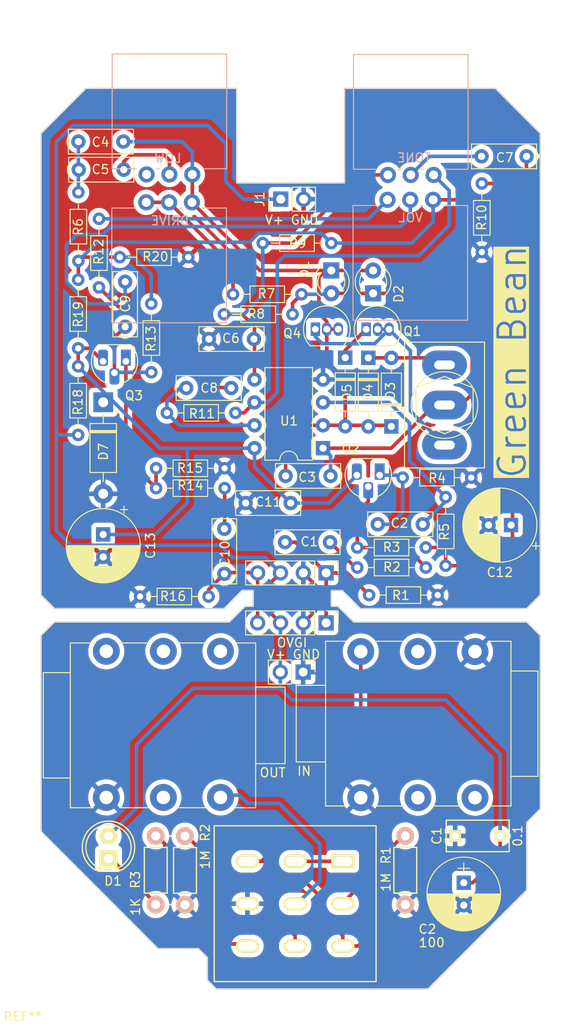
<source format=kicad_pcb>
(kicad_pcb (version 20221018) (generator pcbnew)
  (layers (0 "F.Cu" signal) (31 "B.Cu" signal) (34 "B.Paste" user) (35 "F.Paste" user) (36 "B.SilkS" user "B.Silkscreen") (37 "F.SilkS" user "F.Silkscreen") (38 "B.Mask" user) (39 "F.Mask" user) (44 "Edge.Cuts" user))
  (net 0 "")
  (net 1 "Net-(C1-Pad2)")
  (net 2 "Net-(Q2-E)")
  (net 3 "Net-(U1A-+)")
  (net 4 "A")
  (net 5 "Net-(C4-Pad1)")
  (net 6 "B")
  (net 7 "Net-(C5-Pad2)")
  (net 8 "Net-(U1B-+)")
  (net 9 "Net-(C7-Pad1)")
  (net 10 "Net-(C7-Pad2)")
  (net 11 "Net-(C8-Pad1)")
  (net 12 "Net-(C8-Pad2)")
  (net 13 "Net-(C9-Pad1)")
  (net 14 "Net-(Q3-B)")
  (net 15 "Net-(C10-Pad1)")
  (net 16 "+9V")
  (net 17 "Net-(D3-A)")
  (net 18 "Net-(D5-K)")
  (net 19 "VC")
  (net 20 "Net-(Q1-D)")
  (net 21 "Net-(Q2-B)")
  (net 22 "VB")
  (net 23 "Net-(DRIVE1-Pad2)")
  (net 24 "Net-(U1B--)")
  (net 25 "Net-(R12-Pad2)")
  (net 26 "Net-(Q3-E)")
  (net 27 "GND")
  (net 28 "{slash}I")
  (net 29 "{slash}O")
  (net 31 "Net-(D1-Pad1)")
  (net 32 "Net-(J2-Pad2)")
  (net 33 "Net-(J3-Pad2)")
  (net 34 "Net-(R3-Pad2)")
  (net 35 "Net-(SW1-Pad1)")
  (net 36 "/O")
  (net 37 "/I")
  (footprint "Package_TO_SOT_THT:TO-92_Inline" (layer "F.Cu") (at 152.08 79.72)
    (fp_text reference "Q4")
    (fp_text value "2N7000")
  )
  (footprint "Resistor_THT:R_Axial_DIN0204_L3.6mm_D1.6mm_P7.62mm_Horizontal" (layer "F.Cu") (at 132.59 109.4)
    (fp_text reference "R16")
    (fp_text value "10k")
  )
  (footprint "Resistor_THT:R_Axial_DIN0204_L3.6mm_D1.6mm_P7.62mm_Horizontal" (layer "F.Cu") (at 164.36 106.18 180)
    (fp_text reference "R2")
    (fp_text value "1k")
  )
  (footprint "Resistor_THT:R_Axial_DIN0204_L3.6mm_D1.6mm_P7.62mm_Horizontal" (layer "F.Cu") (at 125.71 74.22 -90)
    (fp_text reference "R19")
    (fp_text value "10k")
  )
  (footprint "Resistor_THT:R_Axial_DIN0204_L3.6mm_D1.6mm_P7.62mm_Horizontal" (layer "F.Cu") (at 133.84 84.51 90)
    (fp_text reference "R13")
    (fp_text value "510k")
  )
  (footprint "Capacitor_THT:C_Disc_D7.0mm_W2.5mm_P5.00mm" (layer "F.Cu") (at 141.96 101.88 -90)
    (fp_text reference "C10")
    (fp_text value "1u")
  )
  (footprint "Diode_THT:D_DO-35_SOD27_P7.62mm_Horizontal" (layer "F.Cu") (at 157.97 82.9 -90)
    (fp_text reference "D4")
    (fp_text value "1N914")
  )
  (footprint "Capacitor_THT:C_Disc_D7.0mm_W2.5mm_P5.00mm" (layer "F.Cu") (at 175.56 60.53 180)
    (fp_text reference "C7")
    (fp_text value "220n")
  )
  (footprint "Resistor_THT:R_Axial_DIN0204_L3.6mm_D1.6mm_P7.62mm_Horizontal" (layer "F.Cu") (at 165.68 109.24 180)
    (fp_text reference "R1")
    (fp_text value "1M")
  )
  (footprint "Connectors:NMJ6HCD2" (layer "F.Cu") (at 128.83 131.71 90)
    (fp_text reference "J3" hide)
    (fp_text value "OUT")
  )
  (footprint "Resistor_THT:R_Axial_DIN0204_L3.6mm_D1.6mm_P7.62mm_Horizontal" (layer "F.Cu") (at 156.74 103.96)
    (fp_text reference "R3")
    (fp_text value "510k")
  )
  (footprint "Capacitors_ThroughHole:C_Rect_L7_W3.5_P5" (layer "F.Cu") (at 167.63 135.98)
    (fp_text reference "C1")
    (fp_text value "0.1")
  )
  (footprint "Capacitor_THT:C_Disc_D7.0mm_W2.5mm_P5.00mm" (layer "F.Cu") (at 130.93 74.45 -90)
    (fp_text reference "C9")
    (fp_text value "100n")
  )
  (footprint "KiCad Lib:1590B" (layer "F.Cu") (at 119.543692 155.529085)
    (fp_text reference "REF**")
    (fp_text value "1590B")
  )
  (footprint "KiCad Lib:3PDT-Footswitch" (layer "F.Cu") (at 149.83 143.505 180)
    (fp_text reference "SW1" hide)
    (fp_text value "SW_3PDT" hide)
  )
  (footprint "Capacitor_THT:C_Disc_D7.0mm_W2.5mm_P5.00mm" (layer "F.Cu") (at 148.77 96.01)
    (fp_text reference "C3")
    (fp_text value "51p")
  )
  (footprint "Resistor_THT:R_Axial_DIN0204_L3.6mm_D1.6mm_P7.62mm_Horizontal" (layer "F.Cu") (at 125.73 72.14 90)
    (fp_text reference "R6")
    (fp_text value "4k7")
  )
  (footprint "Capacitor_THT:C_Disc_D7.0mm_W2.5mm_P5.00mm" (layer "F.Cu") (at 159.02 101.38)
    (fp_text reference "C2")
    (fp_text value "1u")
  )
  (footprint "Package_TO_SOT_THT:TO-92_Inline" (layer "F.Cu") (at 157.73 79.73)
    (fp_text reference "Q1")
    (fp_text value "2N7000")
  )
  (footprint "Capacitor_THT:C_Disc_D7.0mm_W2.5mm_P5.00mm" (layer "F.Cu") (at 125.77 62.01)
    (fp_text reference "C5")
    (fp_text value "150n")
  )
  (footprint "Resistor_THT:R_Axial_DIN0204_L3.6mm_D1.6mm_P7.62mm_Horizontal" (layer "F.Cu") (at 166.57 98.36 -90)
    (fp_text reference "R5")
    (fp_text value "10k")
  )
  (footprint "Package_DIP:DIP-8_W7.62mm" (layer "F.Cu") (at 152.93 92.93 180)
    (fp_text reference "U1")
    (fp_text value "RC4558")
  )
  (footprint "Pin_Headers:Pin_Header_Straight_1x04_Pitch2.54mm" (layer "F.Cu") (at 153.28 112.33 -90)
    (fp_text reference "JOVGI1" hide)
    (fp_text value "OVGI")
  )
  (footprint "Resistor_THT:R_Axial_DIN0204_L3.6mm_D1.6mm_P7.62mm_Horizontal" (layer "F.Cu") (at 170.59 71.16 90)
    (fp_text reference "R10")
    (fp_text value "220R")
  )
  (footprint "Resistor_THT:R_Axial_DIN0204_L3.6mm_D1.6mm_P7.62mm_Horizontal" (layer "F.Cu") (at 149.54 78.06 180)
    (fp_text reference "R8")
    (fp_text value "1k")
  )
  (footprint "Hammond:SW_Toggle_Blue_wSlots" (layer "F.Cu") (at 166.44 88.14 -90)
    (fp_text reference "SW1" hide)
    (fp_text value "SW_SPDT")
  )
  (footprint "Resistor_THT:R_Axial_DIN0204_L3.6mm_D1.6mm_P7.62mm_Horizontal" (layer "F.Cu") (at 142.92 75.84)
    (fp_text reference "R7")
    (fp_text value "51k")
  )
  (footprint "LED_THT:LED_D3.0mm" (layer "F.Cu") (at 153.85 73.2 -90)
    (fp_text reference "D1")
    (fp_text value "LED")
  )
  (footprint "Diode_THT:D_DO-41_SOD81_P10.16mm_Horizontal" (layer "F.Cu") (at 128.49 87.83 -90)
    (fp_text reference "D7")
    (fp_text value "1N4001")
  )
  (footprint "Resistor_THT:R_Axial_DIN0204_L3.6mm_D1.6mm_P7.62mm_Horizontal" (layer "F.Cu") (at 146.23 70.16)
    (fp_text reference "R9")
    (fp_text value "10k")
  )
  (footprint "Pin_Headers:Pin_Header_Straight_1x02_Pitch2.54mm" (layer "F.Cu") (at 150.72 117.79 -90)
    (fp_text reference "J4" hide)
    (fp_text value "V+ GND")
  )
  (footprint "Diode_THT:D_DO-35_SOD27_P7.62mm_Horizontal" (layer "F.Cu") (at 155.4 82.88 -90)
    (fp_text reference "D5")
    (fp_text value "BAT41")
  )
  (footprint "Resistors_ThroughHole:Resistor_Horizontal_RM7mm" (layer "F.Cu") (at 137.58 136 -90)
    (fp_text reference "R2")
    (fp_text value "1M")
  )
  (footprint "Capacitor_THT:C_Disc_D7.0mm_W2.5mm_P5.00mm" (layer "F.Cu") (at 125.73 58.89)
    (fp_text reference "C4")
    (fp_text value "47n")
  )
  (footprint "LEDs:LED-5MM" (layer "F.Cu") (at 129.08 138.52 90)
    (fp_text reference "D1")
    (fp_text value "LED" hide)
  )
  (footprint "Resistor_THT:R_Axial_DIN0204_L3.6mm_D1.6mm_P7.62mm_Horizontal" (layer "F.Cu") (at 128.02 75.08 90)
    (fp_text reference "R12")
    (fp_text value "1k")
  )
  (footprint "Resistors_ThroughHole:Resistor_Horizontal_RM7mm" (layer "F.Cu") (at 134.33 143.6 90)
    (fp_text reference "R3")
    (fp_text value "1K")
  )
  (footprint "Capacitor_THT:C_Disc_D7.0mm_W2.5mm_P5.00mm" (layer "F.Cu") (at 137.72 86.25)
    (fp_text reference "C8")
    (fp_text value "1u")
  )
  (footprint "LED_THT:LED_D3.0mm" (layer "F.Cu") (at 158.5 75.745 90)
    (fp_text reference "D2")
    (fp_text value "LED")
  )
  (footprint "Resistors_ThroughHole:Resistor_Horizontal_RM7mm" (layer "F.Cu") (at 162.08 135.98 -90)
    (fp_text reference "R1")
    (fp_text value "1M")
  )
  (footprint "Resistor_THT:R_Axial_DIN0204_L3.6mm_D1.6mm_P7.62mm_Horizontal" (layer "F.Cu") (at 141.99 95.16 180)
    (fp_text reference "R14")
    (fp_text value "10k")
  )
  (footprint "Package_TO_SOT_THT:TO-92L_HandSolder" (layer "F.Cu") (at 131.01 83.29 180)
    (fp_text reference "Q3")
    (fp_text value "Q_NPN_EBC")
  )
  (footprint "Capacitor_THT:CP_Radial_D8.0mm_P2.50mm" (layer "F.Cu") (at 128.49 102.51 -90)
    (fp_text reference "C13")
    (fp_text value "C_Polarized")
  )
  (footprint "Resistor_THT:R_Axial_DIN0204_L3.6mm_D1.6mm_P7.62mm_Horizontal" (layer "F.Cu") (at 125.7 83.84 -90)
    (fp_text reference "R18")
    (fp_text value "47R")
  )
  (footprint "Connectors:NMJ6HCD2" (layer "F.Cu") (at 169.83 115.51 -90)
    (fp_text reference "J2" hide)
    (fp_text value "IN")
  )
  (footprint "Capacitor_THT:C_Disc_D7.0mm_W2.5mm_P5.00mm" (layer "F.Cu") (at 148.71 103.37)
    (fp_text reference "C1")
    (fp_text value "20n")
  )
  (footprint "Package_TO_SOT_THT:TO-92L_HandSolder" (layer "F.Cu") (at 159.23 95.93 180)
    (fp_text reference "Q2")
    (fp_text value "Q_NPN_EBC")
  )
  (footprint "Capacitor_THT:C_Disc_D7.0mm_W2.5mm_P5.00mm" (layer "F.Cu") (at 140.25 80.81)
    (fp_text reference "C6")
    (fp_text value "220n")
  )
  (footprint "Resistor_THT:R_Axial_DIN0204_L3.6mm_D1.6mm_P7.62mm_Horizontal" (layer "F.Cu") (at 143.19 89.01 180)
    (fp_text reference "R11")
    (fp_text value "1k")
  )
  (footprint "Diode_THT:D_DO-35_SOD27_P7.62mm_Horizontal" (layer "F.Cu") (at 160.53 90.52 90)
    (fp_text reference "D3")
    (fp_text value "1N914")
  )
  (footprint "Pin_Headers:Pin_Header_Straight_1x02_Pitch2.54mm" (layer "F.Cu") (at 148.23 65.28 90)
    (fp_text reference "J1")
    (fp_text value "V+ GND")
  )
  (footprint "Resistor_THT:R_Axial_DIN0204_L3.6mm_D1.6mm_P7.62mm_Horizontal" (layer "F.Cu") (at 137.95 71.72 180)
    (fp_text reference "R20")
    (fp_text value "10k")
  )
  (footprint "Capacitors_THT:CP_Radial_D8.0mm_P2.50mm" (layer "F.Cu") (at 168.58 141.18 -90)
    (fp_text reference "C2")
    (fp_text value "100")
  )
  (footprint "Resistor_THT:R_Axial_DIN0204_L3.6mm_D1.6mm_P7.62mm_Horizontal" (layer "F.Cu") (at 169.41 96.2 180)
    (fp_text reference "R4")
    (fp_text value "10k")
  )
  (footprint "Capacitor_THT:C_Disc_D7.0mm_W2.5mm_P5.00mm" (layer "F.Cu") (at 144.33 99.02)
    (fp_text reference "C11")
    (fp_text value "220n")
  )
  (footprint "Capacitor_THT:CP_Radial_D8.0mm_P2.50mm" (layer "F.Cu") (at 173.842651 101.47 180)
    (fp_text reference "C12")
    (fp_text value "C_Polarized")
  )
  (footprint "Pin_Headers:Pin_Header_Straight_1x04_Pitch2.54mm" (layer "F.Cu") (at 153.28 106.78 -90)
    (fp_text reference "JOVGI2" hide)
    (fp_text value "OVGI" hide)
  )
  (footprint "Resistor_THT:R_Axial_DIN0204_L3.6mm_D1.6mm_P7.62mm_Horizontal" (layer "F.Cu") (at 134.37 97.37)
    (fp_text reference "R15")
    (fp_text value "100R")
  )
  (footprint "Potentiometer_THT:Potentiometer_Vishay_148-149_Single_Vertical" (layer "B.Cu") (at 160.15 62.59 90)
    (fp_text reference "TONE")
    (fp_text value "20KB")
  )
  (footprint "Potentiometer_THT:Potentiometer_Vishay_148-149_Single_Vertical" (layer "B.Cu") (at 138.355 65.635 -90)
    (fp_text reference "DRIVE")
    (fp_text value "500KA")
  )
  (footprint "Potentiometer_THT:Potentiometer_Vishay_148-149_Single_Vertical" (layer "B.Cu") (at 133.315 62.535 90)
    (fp_text reference "LOW")
    (fp_text value "20KB")
  )
  (footprint "Potentiometer_THT:Potentiometer_Vishay_148-149_Single_Vertical" (layer "B.Cu") (at 165.175 65.355 -90)
    (fp_text reference "VOL")
    (fp_text value "100KB")
  )
  (gr_line (start 144.28 110.48) (end 145.17 110.48) (stroke (width 0.15)) (layer "Edge.Cuts"))
  (gr_line (start 175.58 141.98) (end 164.58 152.98) (stroke (width 0.15)) (layer "Edge.Cuts"))
  (gr_line (start 175.58 134.48) (end 177.08 132.98) (stroke (width 0.15)) (layer "Edge.Cuts"))
  (gr_line (start 143.33 63.48) (end 155.33 63.48) (stroke (width 0.15)) (layer "Edge.Cuts"))
  (gr_line (start 121.58 135.48) (end 121.58 121.98) (stroke (width 0.15)) (layer "Edge.Cuts"))
  (gr_line (start 172.08 52.98) (end 177.08 57.98) (stroke (width 0.15)) (layer "Edge.Cuts"))
  (gr_line (start 154.58 110.48) (end 156.33 112.23) (stroke (width 0.15)) (layer "Edge.Cuts"))
  (gr_line (start 141.93 110.73) (end 123.08 110.73) (stroke (width 0.15)) (layer "Edge.Cuts"))
  (gr_line (start 175.58 110.73) (end 177.08 109.23) (stroke (width 0.15)) (layer "Edge.Cuts"))
  (gr_line (start 143.93 108.71) (end 141.93 110.73) (stroke (width 0.15)) (layer "Edge.Cuts"))
  (gr_line (start 177.08 85.98) (end 177.08 57.98) (stroke (width 0.15)) (layer "Edge.Cuts"))
  (gr_line (start 177.08 109.23) (end 177.08 85.98) (stroke (width 0.15)) (layer "Edge.Cuts"))
  (gr_line (start 141.08 152.98) (end 140.08 151.98) (stroke (width 0.15)) (layer "Edge.Cuts"))
  (gr_line (start 177.08 132.98) (end 177.08 113.73) (stroke (width 0.15)) (layer "Edge.Cuts"))
  (gr_line (start 155.08 108.73) (end 157.08 110.73) (stroke (width 0.15)) (layer "Edge.Cuts"))
  (gr_line (start 153.84 110.48) (end 154.58 110.48) (stroke (width 0.15)) (layer "Edge.Cuts"))
  (gr_line (start 155.33 63.48) (end 155.33 52.98) (stroke (width 0.15)) (layer "Edge.Cuts"))
  (gr_line (start 155.08 108.73) (end 153.84 108.73) (stroke (width 0.15)) (layer "Edge.Cuts"))
  (gr_line (start 141.08 152.98) (end 164.58 152.98) (stroke (width 0.15)) (layer "Edge.Cuts"))
  (gr_line (start 145.17 110.48) (end 145.17 108.71) (stroke (width 0.15)) (layer "Edge.Cuts"))
  (gr_line (start 123.08 110.73) (end 121.58 109.23) (stroke (width 0.15)) (layer "Edge.Cuts"))
  (gr_line (start 156.33 112.23) (end 171.33 112.23) (stroke (width 0.15)) (layer "Edge.Cuts"))
  (gr_line (start 134.58 148.48) (end 133.58 147.48) (stroke (width 0.15)) (layer "Edge.Cuts"))
  (gr_line (start 121.58 113.73) (end 121.58 121.98) (stroke (width 0.15)) (layer "Edge.Cuts"))
  (gr_line (start 140.08 149.48) (end 139.08 148.48) (stroke (width 0.15)) (layer "Edge.Cuts"))
  (gr_line (start 123.08 110.73) (end 123.08 110.73) (stroke (width 0.15)) (layer "Edge.Cuts"))
  (gr_line (start 140.08 151.98) (end 140.08 149.48) (stroke (width 0.15)) (layer "Edge.Cuts"))
  (gr_line (start 155.33 52.98) (end 172.08 52.98) (stroke (width 0.15)) (layer "Edge.Cuts"))
  (gr_line (start 142.53 112.23) (end 123.58 112.23) (stroke (width 0.15)) (layer "Edge.Cuts"))
  (gr_line (start 139.08 148.48) (end 135.08 148.48) (stroke (width 0.15)) (layer "Edge.Cuts"))
  (gr_line (start 123.08 112.23) (end 121.58 113.73) (stroke (width 0.15)) (layer "Edge.Cuts"))
  (gr_line (start 177.08 113.73) (end 175.58 112.23) (stroke (width 0.15)) (layer "Edge.Cuts"))
  (gr_line (start 175.58 134.48) (end 175.58 141.98) (stroke (width 0.15)) (layer "Edge.Cuts"))
  (gr_line (start 135.08 148.48) (end 134.58 148.48) (stroke (width 0.15)) (layer "Edge.Cuts"))
  (gr_line (start 143.33 52.98) (end 126.58 52.98) (stroke (width 0.15)) (layer "Edge.Cuts"))
  (gr_line (start 123.58 112.23) (end 123.08 112.23) (stroke (width 0.15)) (layer "Edge.Cuts"))
  (gr_line (start 153.84 108.73) (end 153.84 110.48) (stroke (width 0.15)) (layer "Edge.Cuts"))
  (gr_line (start 157.08 110.73) (end 175.58 110.73) (stroke (width 0.15)) (layer "Edge.Cuts"))
  (gr_line (start 121.58 57.98) (end 121.58 109.23) (stroke (width 0.15)) (layer "Edge.Cuts"))
  (gr_line (start 175.58 112.23) (end 171.33 112.23) (stroke (width 0.15)) (layer "Edge.Cuts"))
  (gr_line (start 143.33 52.98) (end 143.33 63.48) (stroke (width 0.15)) (layer "Edge.Cuts"))
  (gr_line (start 145.17 108.71) (end 143.93 108.71) (stroke (width 0.15)) (layer "Edge.Cuts"))
  (gr_line (start 144.28 110.48) (end 142.53 112.23) (stroke (width 0.15)) (layer "Edge.Cuts"))
  (gr_line (start 121.58 57.98) (end 126.58 52.98) (stroke (width 0.15)) (layer "Edge.Cuts"))
  (gr_line (start 133.58 147.48) (end 121.58 135.48) (stroke (width 0.15)) (layer "Edge.Cuts"))
  (gr_text "Green Bean" (at 175.74 96.52 90) (layer "F.SilkS" knockout) (effects (font (size 3 3) (thickness 0.3)) (justify left bottom)))
  (segment (start 153.71 103.37) (end 156.52 106.18) (width 0.4) (layer "F.Cu") (net 1))
  (segment (start 159.02 101.38) (end 160.47 101.38) (width 0.4) (layer "B.Cu") (net 2))
  (segment (start 159.23 95.93) (end 161.52 95.93) (width 0.4) (layer "B.Cu") (net 2))
  (segment (start 160.47 101.38) (end 161.79 100.06) (width 0.4) (layer "B.Cu") (net 2))
  (segment (start 161.79 100.06) (end 161.79 96.2) (width 0.4) (layer "B.Cu") (net 2))
  (segment (start 162.54 90.13) (end 162.54 94.33) (width 0.4) (layer "B.Cu") (net 3))
  (segment (start 162.54 94.33) (end 166.57 98.36) (width 0.4) (layer "B.Cu") (net 3))
  (segment (start 160.26 87.85) (end 162.54 90.13) (width 0.4) (layer "B.Cu") (net 3))
  (segment (start 164.02 101.38) (end 166.57 98.83) (width 0.4) (layer "B.Cu") (net 3))
  (segment (start 152.93 87.85) (end 160.26 87.85) (width 0.4) (layer "B.Cu") (net 3))
  (segment (start 148.77 93.13) (end 148.77 96.01) (width 0.4) (layer "F.Cu") (net 4))
  (segment (start 138.395 62.535) (end 138.395 65.595) (width 0.4) (layer "F.Cu") (net 4))
  (segment (start 152.93 90.39) (end 151.51 90.39) (width 0.4) (layer "F.Cu") (net 4))
  (segment (start 152.47 77.97) (end 153.35 78.85) (width 0.4) (layer "F.Cu") (net 4))
  (segment (start 145.92 73.2) (end 153.85 73.2) (width 0.4) (layer "F.Cu") (net 4))
  (segment (start 153.85 73.2) (end 158.495 73.2) (width 0.4) (layer "F.Cu") (net 4))
  (segment (start 138.355 65.635) (end 145.92 73.2) (width 0.4) (layer "F.Cu") (net 4))
  (segment (start 153.35 79.72) (end 153.35 83.3) (width 0.4) (layer "F.Cu") (net 4))
  (segment (start 153.24 73.2) (end 152.47 73.97) (width 0.4) (layer "F.Cu") (net 4))
  (segment (start 152.93 90.39) (end 160.4 90.39) (width 0.4) (layer "F.Cu") (net 4))
  (segment (start 153.35 83.3) (end 155.4 85.35) (width 0.4) (layer "F.Cu") (net 4))
  (segment (start 148.77 93.13) (end 151.51 90.39) (width 0.4) (layer "F.Cu") (net 4))
  (segment (start 153.35 79.72) (end 154.62 79.72) (width 0.4) (layer "F.Cu") (net 4))
  (segment (start 152.47 73.97) (end 152.47 77.97) (width 0.4) (layer "F.Cu") (net 4))
  (segment (start 153.35 78.85) (end 153.35 79.72) (width 0.4) (layer "F.Cu") (net 4))
  (segment (start 155.4 85.35) (end 155.4 90.5) (width 0.4) (layer "F.Cu") (net 4))
  (segment (start 137.26 58.89) (end 138.43 60.06) (width 0.4) (layer "B.Cu") (net 4))
  (segment (start 138.395 60.095) (end 138.395 62.535) (width 0.4) (layer "B.Cu") (net 4))
  (segment (start 138.43 60.06) (end 138.395 60.095) (width 0.4) (layer "B.Cu") (net 4))
  (segment (start 130.73 58.89) (end 137.26 58.89) (width 0.4) (layer "B.Cu") (net 4))
  (segment (start 125.73 64.52) (end 125.73 58.89) (width 0.4) (layer "B.Cu") (net 5))
  (segment (start 149.54 78.06) (end 149.54 76.84) (width 0.4) (layer "F.Cu") (net 6))
  (segment (start 169.52 79.68) (end 165.585 75.745) (width 0.4) (layer "F.Cu") (net 6))
  (segment (start 149.54 76.84) (end 150.54 75.84) (width 0.4) (layer "F.Cu") (net 6))
  (segment (start 168.28 88.14) (end 169.52 86.9) (width 0.4) (layer "F.Cu") (net 6))
  (segment (start 152.93 92.93) (end 160.52 92.93) (width 0.4) (layer "F.Cu") (net 6))
  (segment (start 165.585 75.745) (end 158.5 75.745) (width 0.4) (layer "F.Cu") (net 6))
  (segment (start 160.52 92.93) (end 165.31 88.14) (width 0.4) (layer "F.Cu") (net 6))
  (segment (start 153.85 75.74) (end 158.495 75.74) (width 0.4) (layer "F.Cu") (net 6))
  (segment (start 169.52 86.9) (end 169.52 79.68) (width 0.4) (layer "F.Cu") (net 6))
  (segment (start 153.77 93.77) (end 152.93 92.93) (width 0.4) (layer "B.Cu") (net 6))
  (segment (start 150.54 75.84) (end 153.75 75.84) (width 0.4) (layer "B.Cu") (net 6))
  (segment (start 153.77 96.01) (end 153.77 93.77) (width 0.4) (layer "B.Cu") (net 6))
  (segment (start 131.54 60.36) (end 135.26 60.36) (width 0.4) (layer "F.Cu") (net 7))
  (segment (start 135.26 60.36) (end 135.855 60.955) (width 0.4) (layer "F.Cu") (net 7))
  (segment (start 135.855 60.955) (end 135.855 62.535) (width 0.4) (layer "F.Cu") (net 7))
  (segment (start 130.77 61.13) (end 131.54 60.36) (width 0.4) (layer "F.Cu") (net 7))
  (segment (start 130.77 62.01) (end 130.77 61.13) (width 0.4) (layer "F.Cu") (net 7))
  (segment (start 145.31 85.31) (end 145.31 79.43) (width 0.4) (layer "F.Cu") (net 8))
  (segment (start 145.31 79.43) (end 143.94 78.06) (width 0.4) (layer "F.Cu") (net 8))
  (segment (start 149.58 70.16) (end 157.15 62.59) (width 0.4) (layer "F.Cu") (net 8))
  (segment (start 157.15 62.59) (end 160.15 62.59) (width 0.4) (layer "F.Cu") (net 8))
  (segment (start 146.23 70.16) (end 149.58 70.16) (width 0.4) (layer "F.Cu") (net 8))
  (segment (start 143.94 78.06) (end 141.92 78.06) (width 0.4) (layer "F.Cu") (net 8))
  (segment (start 146.23 75.89) (end 146.23 70.16) (width 0.4) (layer "B.Cu") (net 8))
  (segment (start 144.12 78.06) (end 146.26 75.92) (width 0.4) (layer "B.Cu") (net 8))
  (segment (start 141.92 78.06) (end 144.12 78.06) (width 0.4) (layer "B.Cu") (net 8))
  (segment (start 146.26 75.92) (end 146.23 75.89) (width 0.4) (layer "B.Cu") (net 8))
  (segment (start 174 63.54) (end 175.56 61.98) (width 0.4) (layer "F.Cu") (net 9))
  (segment (start 170.59 63.54) (end 174 63.54) (width 0.4) (layer "F.Cu") (net 9))
  (segment (start 175.56 61.98) (end 175.56 60.53) (width 0.4) (layer "F.Cu") (net 9))
  (segment (start 164.75 60.53) (end 170.56 60.53) (width 0.4) (layer "B.Cu") (net 10))
  (segment (start 162.69 62.59) (end 164.75 60.53) (width 0.4) (layer "B.Cu") (net 10))
  (segment (start 145.31 90.39) (end 136.95 90.39) (width 0.4) (layer "B.Cu") (net 11))
  (segment (start 137.37 86.25) (end 137.02 86.25) (width 0.4) (layer "B.Cu") (net 11))
  (segment (start 135.57 87.7) (end 135.57 89.01) (width 0.4) (layer "B.Cu") (net 11))
  (segment (start 137.02 86.25) (end 135.57 87.7) (width 0.4) (layer "B.Cu") (net 11))
  (segment (start 136.95 90.39) (end 135.57 89.01) (width 0.4) (layer "B.Cu") (net 11))
  (segment (start 131.25 77.23) (end 140.22 86.2) (width 0.4) (layer "F.Cu") (net 12))
  (segment (start 140.22 86.2) (end 142.32 86.2) (width 0.4) (layer "F.Cu") (net 12))
  (segment (start 130.17 77.23) (end 131.25 77.23) (width 0.4) (layer "F.Cu") (net 12))
  (segment (start 128.02 75.08) (end 130.17 77.23) (width 0.4) (layer "F.Cu") (net 12))
  (segment (start 124.41 74.475635) (end 126.854365 76.92) (width 0.4) (layer "B.Cu") (net 13))
  (segment (start 162.635 67.255) (end 161.57 68.32) (width 0.4) (layer "B.Cu") (net 13))
  (segment (start 126.854365 76.92) (end 129.88 76.92) (width 0.4) (layer "B.Cu") (net 13))
  (segment (start 125.59 69.2) (end 124.41 70.38) (width 0.4) (layer "B.Cu") (net 13))
  (segment (start 130.93 75.87) (end 130.93 74.45) (width 0.4) (layer "B.Cu") (net 13))
  (segment (start 161.57 68.32) (end 129.35 68.32) (width 0.4) (layer "B.Cu") (net 13))
  (segment (start 129.35 68.32) (end 128.47 69.2) (width 0.4) (layer "B.Cu") (net 13))
  (segment (start 124.41 70.38) (end 124.41 74.475635) (width 0.4) (layer "B.Cu") (net 13))
  (segment (start 128.47 69.2) (end 125.59 69.2) (width 0.4) (layer "B.Cu") (net 13))
  (segment (start 129.88 76.92) (end 130.93 75.87) (width 0.4) (layer "B.Cu") (net 13))
  (segment (start 162.635 65.355) (end 162.635 67.255) (width 0.4) (layer "B.Cu") (net 13))
  (segment (start 129.74 80.64) (end 130.93 79.45) (width 0.4) (layer "F.Cu") (net 14))
  (segment (start 129.74 84.56) (end 129.74 80.64) (width 0.4) (layer "F.Cu") (net 14))
  (segment (start 129.79 84.51) (end 133.84 84.51) (width 0.4) (layer "B.Cu") (net 14))
  (segment (start 141.99 97.37) (end 141.99 101.41) (width 0.4) (layer "F.Cu") (net 15))
  (segment (start 172.63 138.13) (end 172.63 135.98) (width 0.4) (layer "F.Cu") (net 16))
  (segment (start 148.2 112.33) (end 147.08 111.21) (width 0.4) (layer "F.Cu") (net 16))
  (segment (start 147.08 107.9) (end 148.2 106.78) (width 0.4) (layer "F.Cu") (net 16))
  (segment (start 147.08 111.21) (end 147.08 107.9) (width 0.4) (layer "F.Cu") (net 16))
  (segment (start 169.58 141.18) (end 172.63 138.13) (width 0.4) (layer "F.Cu") (net 16))
  (segment (start 168.58 141.18) (end 169.58 141.18) (width 0.4) (layer "F.Cu") (net 16))
  (segment (start 138.48 119.58) (end 132.18 125.88) (width 0.4) (layer "B.Cu") (net 16))
  (segment (start 146.5 105.08) (end 148.2 106.78) (width 0.4) (layer "B.Cu") (net 16))
  (segment (start 123.31 91.46) (end 123.28 91.43) (width 0.4) (layer "B.Cu") (net 16))
  (segment (start 148.18 117.79) (end 148.18 119.08) (width 0.4) (layer "B.Cu") (net 16))
  (segment (start 144.06 65.28) (end 142.13 63.35) (width 0.4) (layer "B.Cu") (net 16))
  (segment (start 123.28 58.93) (end 123.28 91.43) (width 0.4) (layer "B.Cu") (net 16))
  (segment (start 148.23 65.28) (end 144.06 65.28) (width 0.4) (layer "B.Cu") (net 16))
  (segment (start 172.63 126.93) (end 172.63 135.98) (width 0.4) (layer "B.Cu") (net 16))
  (segment (start 124.91 103.71) (end 141.512943 103.71) (width 0.4) (layer "B.Cu") (net 16))
  (segment (start 148.18 119.08) (end 148.18 119.58) (width 0.4) (layer "B.Cu") (net 16))
  (segment (start 148.18 119.58) (end 138.48 119.58) (width 0.4) (layer "B.Cu") (net 16))
  (segment (start 142.13 59.12) (end 140.13 57.12) (width 0.4) (layer "B.Cu") (net 16))
  (segment (start 132.18 132.88) (end 129.08 135.98) (width 0.4) (layer "B.Cu") (net 16))
  (segment (start 123.28 91.43) (end 123.28 102.08) (width 0.4) (layer "B.Cu") (net 16))
  (segment (start 132.18 125.88) (end 132.18 132.88) (width 0.4) (layer "B.Cu") (net 16))
  (segment (start 142.13 63.35) (end 142.13 59.12) (width 0.4) (layer "B.Cu") (net 16))
  (segment (start 140.13 57.12) (end 125.09 57.12) (width 0.4) (layer "B.Cu") (net 16))
  (segment (start 125.09 57.12) (end 123.28 58.93) (width 0.4) (layer "B.Cu") (net 16))
  (segment (start 149.48 120.88) (end 166.58 120.88) (width 0.4) (layer "B.Cu") (net 16))
  (segment (start 166.58 120.88) (end 172.63 126.93) (width 0.4) (layer "B.Cu") (net 16))
  (segment (start 125.7 91.46) (end 123.31 91.46) (width 0.4) (layer "B.Cu") (net 16))
  (segment (start 142.882943 105.08) (end 146.5 105.08) (width 0.4) (layer "B.Cu") (net 16))
  (segment (start 148.2 113.532081) (end 148.18 113.552081) (width 0.4) (layer "B.Cu") (net 16))
  (segment (start 148.18 119.58) (end 149.48 120.88) (width 0.4) (layer "B.Cu") (net 16))
  (segment (start 148.18 113.552081) (end 148.18 119.08) (width 0.4) (layer "B.Cu") (net 16))
  (segment (start 141.512943 103.71) (end 142.882943 105.08) (width 0.4) (layer "B.Cu") (net 16))
  (segment (start 148.2 112.33) (end 148.2 113.532081) (width 0.4) (layer "B.Cu") (net 16))
  (segment (start 123.28 102.08) (end 124.91 103.71) (width 0.4) (layer "B.Cu") (net 16))
  (segment (start 157.97 82.9) (end 165.65 82.9) (width 0.4) (layer "F.Cu") (net 17))
  (segment (start 155.4 82.88) (end 155.4 82.06) (width 0.4) (layer "F.Cu") (net 18))
  (segment (start 155.4 82.06) (end 157.73 79.73) (width 0.4) (layer "F.Cu") (net 18))
  (segment (start 127.02 81.84) (end 128.47 83.29) (width 0.4) (layer "F.Cu") (net 19))
  (segment (start 125.71 81.84) (end 125.71 83.83) (width 0.4) (layer "F.Cu") (net 19))
  (segment (start 125.71 81.84) (end 127.02 81.84) (width 0.4) (layer "F.Cu") (net 19))
  (segment (start 153.6 99.02) (end 156.69 95.93) (width 0.4) (layer "B.Cu") (net 19))
  (segment (start 149.33 99.02) (end 153.6 99.02) (width 0.4) (layer "B.Cu") (net 19))
  (segment (start 145.31 95) (end 149.33 99.02) (width 0.4) (layer "B.Cu") (net 19))
  (segment (start 134.79 92.93) (end 125.7 83.84) (width 0.4) (layer "B.Cu") (net 19))
  (segment (start 145.31 92.93) (end 137.85 92.93) (width 0.4) (layer "B.Cu") (net 19))
  (segment (start 145.31 92.93) (end 145.31 95) (width 0.4) (layer "B.Cu") (net 19))
  (segment (start 137.85 98.98) (end 137.85 92.93) (width 0.4) (layer "B.Cu") (net 19))
  (segment (start 137.85 92.93) (end 134.79 92.93) (width 0.4) (layer "B.Cu") (net 19))
  (segment (start 134.32 102.51) (end 137.85 98.98) (width 0.4) (layer "B.Cu") (net 19))
  (segment (start 128.49 102.51) (end 134.32 102.51) (width 0.4) (layer "B.Cu") (net 19))
  (segment (start 162.65 88.8) (end 162.65 82.11) (width 0.4) (layer "B.Cu") (net 20))
  (segment (start 166.44 92.59) (end 162.65 88.8) (width 0.4) (layer "B.Cu") (net 20))
  (segment (start 152.86 81.33) (end 158.67 81.33) (width 0.4) (layer "B.Cu") (net 20))
  (segment (start 152.08 80.55) (end 152.86 81.33) (width 0.4) (layer "B.Cu") (net 20))
  (segment (start 152.08 79.72) (end 152.08 80.55) (width 0.4) (layer "B.Cu") (net 20))
  (segment (start 158.67 81.33) (end 160.27 79.73) (width 0.4) (layer "B.Cu") (net 20))
  (segment (start 159 79.73) (end 160.27 79.73) (width 0.4) (layer "B.Cu") (net 20))
  (segment (start 162.65 82.11) (end 160.27 79.73) (width 0.4) (layer "B.Cu") (net 20))
  (segment (start 156.74 100.07) (end 157.96 98.85) (width 0.4) (layer "F.Cu") (net 21))
  (segment (start 156.74 103.96) (end 162.14 103.96) (width 0.4) (layer "F.Cu") (net 21))
  (segment (start 162.14 103.96) (end 164.36 106.18) (width 0.4) (layer "F.Cu") (net 21))
  (segment (start 156.74 103.96) (end 156.74 100.07) (width 0.4) (layer "F.Cu") (net 21))
  (segment (start 157.96 98.85) (end 157.96 97.2) (width 0.4) (layer "F.Cu") (net 21))
  (segment (start 130.33 71.72) (end 126.15 71.72) (width 0.4) (layer "F.Cu") (net 22))
  (segment (start 164.36 103.96) (end 166.31 103.96) (width 0.4) (layer "F.Cu") (net 22))
  (segment (start 174 103.64) (end 171.66 105.98) (width 0.4) (layer "F.Cu") (net 22))
  (segment (start 171.66 105.98) (end 166.57 105.98) (width 0.4) (layer "F.Cu") (net 22))
  (segment (start 174 66.64) (end 174 103.64) (width 0.4) (layer "F.Cu") (net 22))
  (segment (start 172.715 65.355) (end 174 66.64) (width 0.4) (layer "F.Cu") (net 22))
  (segment (start 165.175 65.355) (end 172.715 65.355) (width 0.4) (layer "F.Cu") (net 22))
  (segment (start 125.73 72.14) (end 125.73 74.2) (width 0.4) (layer "F.Cu") (net 22))
  (segment (start 166.31 103.96) (end 166.57 104.22) (width 0.4) (layer "F.Cu") (net 22))
  (segment (start 166.57 104.22) (end 166.57 105.98) (width 0.4) (layer "F.Cu") (net 22))
  (segment (start 126.15 71.72) (end 125.73 72.14) (width 0.4) (layer "F.Cu") (net 22))
  (segment (start 127.81 70.06) (end 144.774365 70.06) (width 0.4) (layer "B.Cu") (net 22))
  (segment (start 153.85 70.16) (end 162.8 70.16) (width 0.4) (layer "B.Cu") (net 22))
  (segment (start 165.175 67.785) (end 165.175 65.355) (width 0.4) (layer "B.Cu") (net 22))
  (segment (start 131.88 71.72) (end 130.33 71.72) (width 0.4) (layer "B.Cu") (net 22))
  (segment (start 131.89 71.71) (end 131.88 71.72) (width 0.4) (layer "B.Cu") (net 22))
  (segment (start 162.8 70.16) (end 165.175 67.785) (width 0.4) (layer "B.Cu") (net 22))
  (segment (start 125.73 72.14) (end 127.81 70.06) (width 0.4) (layer "B.Cu") (net 22))
  (segment (start 145.774365 69.06) (end 152.75 69.06) (width 0.4) (layer "B.Cu") (net 22))
  (segment (start 133.84 73.66) (end 131.89 71.71) (width 0.4) (layer "B.Cu") (net 22))
  (segment (start 144.774365 70.06) (end 145.774365 69.06) (width 0.4) (layer "B.Cu") (net 22))
  (segment (start 133.84 76.89) (end 133.84 73.66) (width 0.4) (layer "B.Cu") (net 22))
  (segment (start 152.75 69.06) (end 153.85 70.16) (width 0.4) (layer "B.Cu") (net 22))
  (segment (start 142.92 75.84) (end 142.92 72.74) (width 0.4) (layer "F.Cu") (net 23))
  (segment (start 133.275 65.635) (end 135.815 65.635) (width 0.4) (layer "F.Cu") (net 23))
  (segment (start 142.92 72.74) (end 135.815 65.635) (width 0.4) (layer "F.Cu") (net 23))
  (segment (start 143.19 89.01) (end 144.15 89.01) (width 0.4) (layer "F.Cu") (net 24))
  (segment (start 144.15 89.01) (end 145.31 87.85) (width 0.4) (layer "F.Cu") (net 24))
  (segment (start 163.57 71.57) (end 166.96 68.18) (width 0.4) (layer "B.Cu") (net 24))
  (segment (start 146.76 87.85) (end 147.85 86.76) (width 0.4) (layer "B.Cu") (net 24))
  (segment (start 166.96 68.18) (end 166.96 64.32) (width 0.4) (layer "B.Cu") (net 24))
  (segment (start 147.85 72.36) (end 148.64 71.57) (width 0.4) (layer "B.Cu") (net 24))
  (segment (start 166.96 64.32) (end 165.23 62.59) (width 0.4) (layer "B.Cu") (net 24))
  (segment (start 147.85 86.76) (end 147.85 72.36) (width 0.4) (layer "B.Cu") (net 24))
  (segment (start 145.31 87.85) (end 146.76 87.85) (width 0.4) (layer "B.Cu") (net 24))
  (segment (start 148.64 71.57) (end 163.57 71.57) (width 0.4) (layer "B.Cu") (net 24))
  (segment (start 128.02 67.46) (end 157.99 67.46) (width 0.4) (layer "B.Cu") (net 25))
  (segment (start 157.99 67.46) (end 160.095 65.355) (width 0.4) (layer "B.Cu") (net 25))
  (segment (start 131.01 94.01) (end 134.37 97.37) (width 0.4) (layer "F.Cu") (net 26))
  (segment (start 134.37 95.16) (end 134.37 97.37) (width 0.4) (layer "F.Cu") (net 26))
  (segment (start 131.01 83.29) (end 131.01 94.01) (width 0.4) (layer "F.Cu") (net 26))
  (segment (start 152.08 108.12) (end 152.08 110.99) (width 0.4) (layer "F.Cu") (net 27))
  (segment (start 150.74 106.78) (end 152.08 108.12) (width 0.4) (layer "F.Cu") (net 27))
  (segment (start 152.08 110.99) (end 150.74 112.33) (width 0.4) (layer "F.Cu") (net 27))
  (segment (start 153.28 106.78) (end 153.28 111.481472) (width 0.4) (layer "F.Cu") (net 28))
  (segment (start 155.6 106.78) (end 158.06 109.24) (width 0.4) (layer "F.Cu") (net 28))
  (segment (start 148.71 103.37) (end 149.87 103.37) (width 0.4) (layer "F.Cu") (net 28))
  (segment (start 149.87 103.37) (end 153.28 106.78) (width 0.4) (layer "F.Cu") (net 28))
  (segment (start 153.28 111.481472) (end 152.855736 111.905736) (width 0.4) (layer "F.Cu") (net 28))
  (segment (start 153.28 106.78) (end 155.6 106.78) (width 0.4) (layer "F.Cu") (net 28))
  (segment (start 142.69 106.74) (end 145.62 106.74) (width 0.4) (layer "F.Cu") (net 29))
  (segment (start 145.66 111.481472) (end 145.235736 111.905736) (width 0.4) (layer "F.Cu") (net 29))
  (segment (start 142.55 106.6) (end 142.69 106.74) (width 0.4) (layer "F.Cu") (net 29))
  (segment (start 140.21 109.4) (end 140.21 108.63) (width 0.4) (layer "F.Cu") (net 29))
  (segment (start 145.66 106.78) (end 145.66 111.481472) (width 0.4) (layer "F.Cu") (net 29))
  (segment (start 140.21 108.63) (end 141.96 106.88) (width 0.4) (layer "F.Cu") (net 29))
  (segment (start 129.33 138.48) (end 134.33 143.48) (width 0.4) (layer "F.Cu") (net 31))
  (segment (start 156.27 134.99) (end 155.24 134.99) (width 0.4) (layer "F.Cu") (net 32))
  (segment (start 158.08 136.8) (end 156.27 134.99) (width 0.4) (layer "F.Cu") (net 32))
  (segment (start 154.06 133.81) (end 154.06 129.47) (width 0.4) (layer "F.Cu") (net 32))
  (segment (start 158.08 140.48) (end 158.08 136.8) (width 0.4) (layer "F.Cu") (net 32))
  (segment (start 157.13 126.4) (end 157.13 115.51) (width 0.4) (layer "F.Cu") (net 32))
  (segment (start 154.06 129.47) (end 157.13 126.4) (width 0.4) (layer "F.Cu") (net 32))
  (segment (start 155.13 143.43) (end 158.08 140.48) (width 0.4) (layer "F.Cu") (net 32))
  (segment (start 155.24 134.99) (end 154.06 133.81) (width 0.4) (layer "F.Cu") (net 32))
  (segment (start 143.65132 131.46) (end 144.57132 132.38) (width 0.4) (layer "B.Cu") (net 33))
  (segment (start 148.08 132.38) (end 152.58 136.88) (width 0.4) (layer "B.Cu") (net 33))
  (segment (start 141.53 131.46) (end 143.65132 131.46) (width 0.4) (layer "B.Cu") (net 33))
  (segment (start 152.58 136.88) (end 152.58 140.98) (width 0.4) (layer "B.Cu") (net 33))
  (segment (start 152.58 140.98) (end 150.03 143.53) (width 0.4) (layer "B.Cu") (net 33))
  (segment (start 144.57132 132.38) (end 148.08 132.38) (width 0.4) (layer "B.Cu") (net 33))
  (segment (start 142.68 147.98) (end 144.305 147.98) (width 0.4) (layer "F.Cu") (net 34))
  (segment (start 134.45 135.98) (end 135.329489 136.859489) (width 0.4) (layer "F.Cu") (net 34))
  (segment (start 137.48 140.88) (end 139.78 140.88) (width 0.4) (layer "F.Cu") (net 34))
  (segment (start 140.78 146.08) (end 142.68 147.98) (width 0.4) (layer "F.Cu") (net 34))
  (segment (start 135.329489 136.859489) (end 135.329489 138.729489) (width 0.4) (layer "F.Cu") (net 34))
  (segment (start 139.78 140.88) (end 140.78 141.88) (width 0.4) (layer "F.Cu") (net 34))
  (segment (start 140.78 141.88) (end 140.78 146.08) (width 0.4) (layer "F.Cu") (net 34))
  (segment (start 135.329489 138.729489) (end 137.48 140.88) (width 0.4) (layer "F.Cu") (net 34))
  (segment (start 149.83 138.805) (end 155.13 138.805) (width 0.4) (layer "F.Cu") (net 35))
  (segment (start 145.78 141.18) (end 147.18 142.58) (width 0.4) (layer "F.Cu") (net 36))
  (segment (start 137.8 136) (end 142.98 141.18) (width 0.4) (layer "F.Cu") (net 36))
  (segment (start 147.18 144.405) (end 149.83 147.055) (width 0.4) (layer "F.Cu") (net 36))
  (segment (start 142.98 141.18) (end 145.78 141.18) (width 0.4) (layer "F.Cu") (net 36))
  (segment (start 149.83 147.055) (end 149.83 148.205) (width 0.4) (layer "F.Cu") (net 36))
  (segment (start 147.18 142.58) (end 147.18 144.405) (width 0.4) (layer "F.Cu") (net 36))
  (segment (start 150.98 141.08) (end 148.18 141.08) (width 0.4) (layer "F.Cu") (net 37))
  (segment (start 147.08 139.48) (end 146.405 138.805) (width 0.4) (layer "F.Cu") (net 37))
  (segment (start 147.08 139.98) (end 147.08 139.48) (width 0.4) (layer "F.Cu") (net 37))
  (segment (start 155.13 148.205) (end 156.83 148.205) (width 0.4) (layer "F.Cu") (net 37))
  (segment (start 146.405 138.805) (end 146.08 138.805) (width 0.4) (layer "F.Cu") (net 37))
  (segment (start 156.83 148.205) (end 158.48 146.555) (width 0.4) (layer "F.Cu") (net 37))
  (segment (start 155.13 148.205) (end 155.13 147.055) (width 0.4) (layer "F.Cu") (net 37))
  (segment (start 158.505 146.555) (end 159.08 145.98) (width 0.4) (layer "F.Cu") (net 37))
  (segment (start 158.48 146.555) (end 158.505 146.555) (width 0.4) (layer "F.Cu") (net 37))
  (segment (start 155.13 147.055) (end 152.48 144.405) (width 0.4) (layer "F.Cu") (net 37))
  (segment (start 159.08 145.98) (end 159.08 142.48) (width 0.4) (layer "F.Cu") (net 37))
  (segment (start 160.58 140.98) (end 160.58 137.23) (width 0.4) (layer "F.Cu") (net 37))
  (segment (start 152.48 142.58) (end 150.98 141.08) (width 0.4) (layer "F.Cu") (net 37))
  (segment (start 146.08 138.805) (end 146.38 138.505) (width 0.4) (layer "F.Cu") (net 37))
  (segment (start 160.58 137.23) (end 162.08 135.73) (width 0.4) (layer "F.Cu") (net 37))
  (segment (start 148.18 141.08) (end 147.08 139.98) (width 0.4) (layer "F.Cu") (net 37))
  (segment (start 144.53 138.805) (end 146.08 138.805) (width 0.4) (layer "F.Cu") (net 37))
  (segment (start 152.48 144.405) (end 152.48 142.58) (width 0.4) (layer "F.Cu") (net 37))
  (segment (start 159.08 142.48) (end 160.58 140.98) (width 0.4) (layer "F.Cu") (net 37))
  (zone (net 27) (net_name "GND") (layer "F.Cu") (connect_pads (clearance 0.508)) (min_thickness 0.254) (fill yes (thermal_gap 0.508) (thermal_bridge_width 0.508))
    (polygon (pts (xy 120.83 153.48) (xy 177.83 153.48) (xy 177.83 45.48) (xy 120.83 45.48)))
  )
  (zone (net 27) (net_name "GND") (layer "B.Cu") (connect_pads (clearance 0.508)) (min_thickness 0.254) (fill yes (thermal_gap 0.508) (thermal_bridge_width 0.508))
    (polygon (pts (xy 120.83 153.48) (xy 177.83 153.48) (xy 177.83 45.48) (xy 120.83 45.48)))
  )
)
</source>
